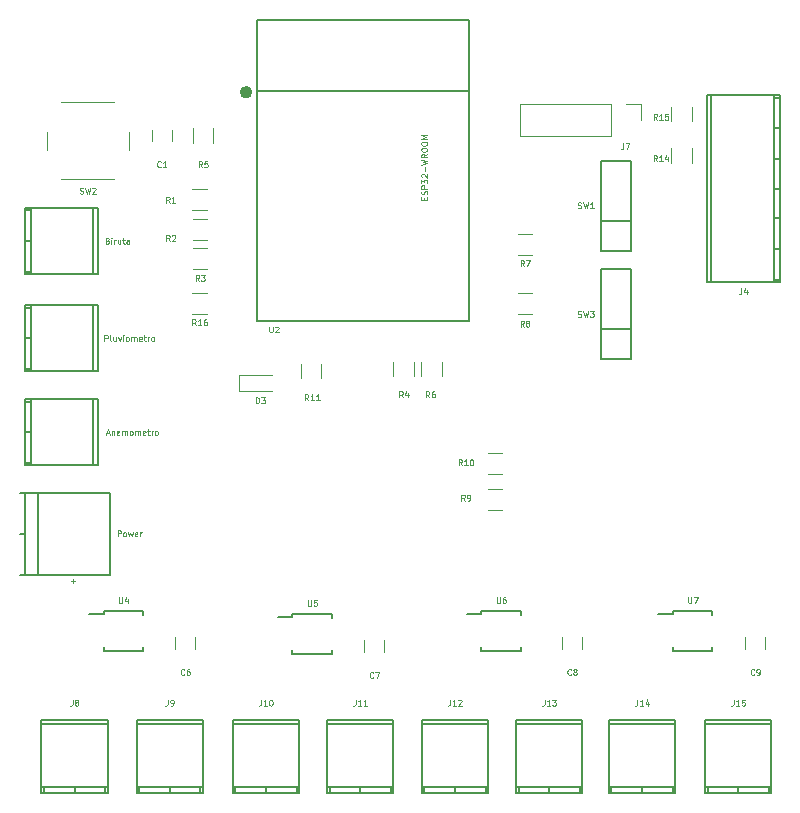
<source format=gbr>
G04 #@! TF.FileFunction,Legend,Top*
%FSLAX46Y46*%
G04 Gerber Fmt 4.6, Leading zero omitted, Abs format (unit mm)*
G04 Created by KiCad (PCBNEW 4.0.7-e2-6376~58~ubuntu16.04.1) date Wed Sep  5 16:34:56 2018*
%MOMM*%
%LPD*%
G01*
G04 APERTURE LIST*
%ADD10C,0.100000*%
%ADD11C,0.075000*%
%ADD12C,0.120000*%
%ADD13C,0.150000*%
%ADD14C,0.500000*%
G04 APERTURE END LIST*
D10*
D11*
X127059524Y-91535714D02*
X127440476Y-91535714D01*
X127250000Y-91726190D02*
X127250000Y-91345238D01*
D12*
X135600000Y-54300000D02*
X135600000Y-53300000D01*
X133900000Y-53300000D02*
X133900000Y-54300000D01*
X137600000Y-97250000D02*
X137600000Y-96250000D01*
X135900000Y-96250000D02*
X135900000Y-97250000D01*
X153600000Y-97500000D02*
X153600000Y-96500000D01*
X151900000Y-96500000D02*
X151900000Y-97500000D01*
X170350000Y-97250000D02*
X170350000Y-96250000D01*
X168650000Y-96250000D02*
X168650000Y-97250000D01*
X185850000Y-97250000D02*
X185850000Y-96250000D01*
X184150000Y-96250000D02*
X184150000Y-97250000D01*
X141300000Y-74050000D02*
X141300000Y-75450000D01*
X141300000Y-75450000D02*
X144100000Y-75450000D01*
X141300000Y-74050000D02*
X144100000Y-74050000D01*
D13*
X123649040Y-65529080D02*
X123649040Y-59930920D01*
X123151200Y-60129040D02*
X123649040Y-60129040D01*
X123649040Y-65330960D02*
X123151200Y-65330960D01*
X123151200Y-62730000D02*
X123649040Y-62730000D01*
X128950020Y-59930920D02*
X128950020Y-65529080D01*
X123151200Y-59930920D02*
X123151200Y-65529080D01*
X123151200Y-65529080D02*
X129348800Y-65529080D01*
X129348800Y-65529080D02*
X129348800Y-59930920D01*
X129348800Y-59930920D02*
X123151200Y-59930920D01*
X123150000Y-87550000D02*
X122750000Y-87550000D01*
X124250000Y-84050000D02*
X124250000Y-91050000D01*
X123150000Y-84050000D02*
X123150000Y-91050000D01*
X130350000Y-84050000D02*
X122750000Y-84050000D01*
X122750000Y-91050000D02*
X130350000Y-91050000D01*
X130350000Y-91050000D02*
X130350000Y-84050000D01*
X180901200Y-50410600D02*
X180901200Y-66209400D01*
X181299980Y-50410600D02*
X181299980Y-66209400D01*
X187098800Y-66209400D02*
X187098800Y-50410600D01*
X186600960Y-50410600D02*
X186600960Y-66209400D01*
X186600960Y-53209680D02*
X187098800Y-53209680D01*
X186600960Y-55810640D02*
X187098800Y-55810640D01*
X186600960Y-58312540D02*
X187098800Y-58312540D01*
X186600960Y-60809360D02*
X187098800Y-60809360D01*
X187098800Y-66006200D02*
X186600960Y-66006200D01*
X186600960Y-50613800D02*
X187098800Y-50613800D01*
X187098800Y-63407780D02*
X186600960Y-63407780D01*
X187098800Y-50415680D02*
X180901200Y-50415680D01*
X180901200Y-66204320D02*
X187098800Y-66204320D01*
X123649040Y-73779080D02*
X123649040Y-68180920D01*
X123151200Y-68379040D02*
X123649040Y-68379040D01*
X123649040Y-73580960D02*
X123151200Y-73580960D01*
X123151200Y-70980000D02*
X123649040Y-70980000D01*
X128950020Y-68180920D02*
X128950020Y-73779080D01*
X123151200Y-68180920D02*
X123151200Y-73779080D01*
X123151200Y-73779080D02*
X129348800Y-73779080D01*
X129348800Y-73779080D02*
X129348800Y-68180920D01*
X129348800Y-68180920D02*
X123151200Y-68180920D01*
X123649040Y-81729080D02*
X123649040Y-76130920D01*
X123151200Y-76329040D02*
X123649040Y-76329040D01*
X123649040Y-81530960D02*
X123151200Y-81530960D01*
X123151200Y-78930000D02*
X123649040Y-78930000D01*
X128950020Y-76130920D02*
X128950020Y-81729080D01*
X123151200Y-76130920D02*
X123151200Y-81729080D01*
X123151200Y-81729080D02*
X129348800Y-81729080D01*
X129348800Y-81729080D02*
X129348800Y-76130920D01*
X129348800Y-76130920D02*
X123151200Y-76130920D01*
D12*
X165090000Y-51170000D02*
X165090000Y-53830000D01*
X172770000Y-51170000D02*
X165090000Y-51170000D01*
X172770000Y-53830000D02*
X165090000Y-53830000D01*
X172770000Y-51170000D02*
X172770000Y-53830000D01*
X174040000Y-51170000D02*
X175370000Y-51170000D01*
X175370000Y-51170000D02*
X175370000Y-52500000D01*
D13*
X130169080Y-108950960D02*
X124570920Y-108950960D01*
X124769040Y-109448800D02*
X124769040Y-108950960D01*
X129970960Y-108950960D02*
X129970960Y-109448800D01*
X127370000Y-109448800D02*
X127370000Y-108950960D01*
X124570920Y-103649980D02*
X130169080Y-103649980D01*
X124570920Y-109448800D02*
X130169080Y-109448800D01*
X130169080Y-109448800D02*
X130169080Y-103251200D01*
X130169080Y-103251200D02*
X124570920Y-103251200D01*
X124570920Y-103251200D02*
X124570920Y-109448800D01*
X138229080Y-108950960D02*
X132630920Y-108950960D01*
X132829040Y-109448800D02*
X132829040Y-108950960D01*
X138030960Y-108950960D02*
X138030960Y-109448800D01*
X135430000Y-109448800D02*
X135430000Y-108950960D01*
X132630920Y-103649980D02*
X138229080Y-103649980D01*
X132630920Y-109448800D02*
X138229080Y-109448800D01*
X138229080Y-109448800D02*
X138229080Y-103251200D01*
X138229080Y-103251200D02*
X132630920Y-103251200D01*
X132630920Y-103251200D02*
X132630920Y-109448800D01*
X146369080Y-108950960D02*
X140770920Y-108950960D01*
X140969040Y-109448800D02*
X140969040Y-108950960D01*
X146170960Y-108950960D02*
X146170960Y-109448800D01*
X143570000Y-109448800D02*
X143570000Y-108950960D01*
X140770920Y-103649980D02*
X146369080Y-103649980D01*
X140770920Y-109448800D02*
X146369080Y-109448800D01*
X146369080Y-109448800D02*
X146369080Y-103251200D01*
X146369080Y-103251200D02*
X140770920Y-103251200D01*
X140770920Y-103251200D02*
X140770920Y-109448800D01*
X154369080Y-108950960D02*
X148770920Y-108950960D01*
X148969040Y-109448800D02*
X148969040Y-108950960D01*
X154170960Y-108950960D02*
X154170960Y-109448800D01*
X151570000Y-109448800D02*
X151570000Y-108950960D01*
X148770920Y-103649980D02*
X154369080Y-103649980D01*
X148770920Y-109448800D02*
X154369080Y-109448800D01*
X154369080Y-109448800D02*
X154369080Y-103251200D01*
X154369080Y-103251200D02*
X148770920Y-103251200D01*
X148770920Y-103251200D02*
X148770920Y-109448800D01*
X162369080Y-108950960D02*
X156770920Y-108950960D01*
X156969040Y-109448800D02*
X156969040Y-108950960D01*
X162170960Y-108950960D02*
X162170960Y-109448800D01*
X159570000Y-109448800D02*
X159570000Y-108950960D01*
X156770920Y-103649980D02*
X162369080Y-103649980D01*
X156770920Y-109448800D02*
X162369080Y-109448800D01*
X162369080Y-109448800D02*
X162369080Y-103251200D01*
X162369080Y-103251200D02*
X156770920Y-103251200D01*
X156770920Y-103251200D02*
X156770920Y-109448800D01*
X170369080Y-108950960D02*
X164770920Y-108950960D01*
X164969040Y-109448800D02*
X164969040Y-108950960D01*
X170170960Y-108950960D02*
X170170960Y-109448800D01*
X167570000Y-109448800D02*
X167570000Y-108950960D01*
X164770920Y-103649980D02*
X170369080Y-103649980D01*
X164770920Y-109448800D02*
X170369080Y-109448800D01*
X170369080Y-109448800D02*
X170369080Y-103251200D01*
X170369080Y-103251200D02*
X164770920Y-103251200D01*
X164770920Y-103251200D02*
X164770920Y-109448800D01*
X178229080Y-108950960D02*
X172630920Y-108950960D01*
X172829040Y-109448800D02*
X172829040Y-108950960D01*
X178030960Y-108950960D02*
X178030960Y-109448800D01*
X175430000Y-109448800D02*
X175430000Y-108950960D01*
X172630920Y-103649980D02*
X178229080Y-103649980D01*
X172630920Y-109448800D02*
X178229080Y-109448800D01*
X178229080Y-109448800D02*
X178229080Y-103251200D01*
X178229080Y-103251200D02*
X172630920Y-103251200D01*
X172630920Y-103251200D02*
X172630920Y-109448800D01*
X186369080Y-108950960D02*
X180770920Y-108950960D01*
X180969040Y-109448800D02*
X180969040Y-108950960D01*
X186170960Y-108950960D02*
X186170960Y-109448800D01*
X183570000Y-109448800D02*
X183570000Y-108950960D01*
X180770920Y-103649980D02*
X186369080Y-103649980D01*
X180770920Y-109448800D02*
X186369080Y-109448800D01*
X186369080Y-109448800D02*
X186369080Y-103251200D01*
X186369080Y-103251200D02*
X180770920Y-103251200D01*
X180770920Y-103251200D02*
X180770920Y-109448800D01*
D12*
X137350000Y-58370000D02*
X138550000Y-58370000D01*
X138550000Y-60130000D02*
X137350000Y-60130000D01*
X138600000Y-62630000D02*
X137400000Y-62630000D01*
X137400000Y-60870000D02*
X138600000Y-60870000D01*
X137400000Y-63370000D02*
X138600000Y-63370000D01*
X138600000Y-65130000D02*
X137400000Y-65130000D01*
X154320000Y-74200000D02*
X154320000Y-73000000D01*
X156080000Y-73000000D02*
X156080000Y-74200000D01*
X139130000Y-53200000D02*
X139130000Y-54400000D01*
X137370000Y-54400000D02*
X137370000Y-53200000D01*
X156720000Y-74200000D02*
X156720000Y-73000000D01*
X158480000Y-73000000D02*
X158480000Y-74200000D01*
X164900000Y-62120000D02*
X166100000Y-62120000D01*
X166100000Y-63880000D02*
X164900000Y-63880000D01*
X166100000Y-68880000D02*
X164900000Y-68880000D01*
X164900000Y-67120000D02*
X166100000Y-67120000D01*
X146520000Y-74350000D02*
X146520000Y-73150000D01*
X148280000Y-73150000D02*
X148280000Y-74350000D01*
X177870000Y-56100000D02*
X177870000Y-54900000D01*
X179630000Y-54900000D02*
X179630000Y-56100000D01*
X177870000Y-52600000D02*
X177870000Y-51400000D01*
X179630000Y-51400000D02*
X179630000Y-52600000D01*
X137350000Y-67120000D02*
X138550000Y-67120000D01*
X138550000Y-68880000D02*
X137350000Y-68880000D01*
D13*
X174470000Y-63550000D02*
X171930000Y-63550000D01*
X171930000Y-63550000D02*
X171930000Y-55930000D01*
X171930000Y-55930000D02*
X174470000Y-55930000D01*
X174470000Y-55930000D02*
X174470000Y-63550000D01*
X171930000Y-61010000D02*
X174470000Y-61010000D01*
D12*
X130750000Y-51000000D02*
X126250000Y-51000000D01*
X132000000Y-55000000D02*
X132000000Y-53500000D01*
X126250000Y-57500000D02*
X130750000Y-57500000D01*
X125000000Y-53500000D02*
X125000000Y-55000000D01*
D13*
X174470000Y-72750000D02*
X171930000Y-72750000D01*
X171930000Y-72750000D02*
X171930000Y-65130000D01*
X171930000Y-65130000D02*
X174470000Y-65130000D01*
X174470000Y-65130000D02*
X174470000Y-72750000D01*
X171930000Y-70210000D02*
X174470000Y-70210000D01*
D14*
X142177981Y-50146000D02*
G75*
G03X142177981Y-50146000I-283981J0D01*
G01*
D13*
X160800000Y-50000000D02*
X142800000Y-50000000D01*
X142800000Y-44000000D02*
X142800000Y-69500000D01*
X160800000Y-44000000D02*
X160800000Y-69500000D01*
X160800000Y-69500000D02*
X142800000Y-69500000D01*
X160800000Y-44000000D02*
X142800000Y-44000000D01*
X129825000Y-94075000D02*
X129825000Y-94300000D01*
X133175000Y-94075000D02*
X133175000Y-94375000D01*
X133175000Y-97425000D02*
X133175000Y-97125000D01*
X129825000Y-97425000D02*
X129825000Y-97125000D01*
X129825000Y-94075000D02*
X133175000Y-94075000D01*
X129825000Y-97425000D02*
X133175000Y-97425000D01*
X129825000Y-94300000D02*
X128600000Y-94300000D01*
X145825000Y-94325000D02*
X145825000Y-94550000D01*
X149175000Y-94325000D02*
X149175000Y-94625000D01*
X149175000Y-97675000D02*
X149175000Y-97375000D01*
X145825000Y-97675000D02*
X145825000Y-97375000D01*
X145825000Y-94325000D02*
X149175000Y-94325000D01*
X145825000Y-97675000D02*
X149175000Y-97675000D01*
X145825000Y-94550000D02*
X144600000Y-94550000D01*
X161825000Y-94075000D02*
X161825000Y-94300000D01*
X165175000Y-94075000D02*
X165175000Y-94375000D01*
X165175000Y-97425000D02*
X165175000Y-97125000D01*
X161825000Y-97425000D02*
X161825000Y-97125000D01*
X161825000Y-94075000D02*
X165175000Y-94075000D01*
X161825000Y-97425000D02*
X165175000Y-97425000D01*
X161825000Y-94300000D02*
X160600000Y-94300000D01*
X178025000Y-94075000D02*
X178025000Y-94300000D01*
X181375000Y-94075000D02*
X181375000Y-94375000D01*
X181375000Y-97425000D02*
X181375000Y-97125000D01*
X178025000Y-97425000D02*
X178025000Y-97125000D01*
X178025000Y-94075000D02*
X181375000Y-94075000D01*
X178025000Y-97425000D02*
X181375000Y-97425000D01*
X178025000Y-94300000D02*
X176800000Y-94300000D01*
D12*
X163600000Y-85480000D02*
X162400000Y-85480000D01*
X162400000Y-83720000D02*
X163600000Y-83720000D01*
X163600000Y-82480000D02*
X162400000Y-82480000D01*
X162400000Y-80720000D02*
X163600000Y-80720000D01*
D11*
X134666667Y-56428571D02*
X134642857Y-56452381D01*
X134571429Y-56476190D01*
X134523810Y-56476190D01*
X134452381Y-56452381D01*
X134404762Y-56404762D01*
X134380953Y-56357143D01*
X134357143Y-56261905D01*
X134357143Y-56190476D01*
X134380953Y-56095238D01*
X134404762Y-56047619D01*
X134452381Y-56000000D01*
X134523810Y-55976190D01*
X134571429Y-55976190D01*
X134642857Y-56000000D01*
X134666667Y-56023810D01*
X135142857Y-56476190D02*
X134857143Y-56476190D01*
X135000000Y-56476190D02*
X135000000Y-55976190D01*
X134952381Y-56047619D01*
X134904762Y-56095238D01*
X134857143Y-56119048D01*
X136666667Y-99428571D02*
X136642857Y-99452381D01*
X136571429Y-99476190D01*
X136523810Y-99476190D01*
X136452381Y-99452381D01*
X136404762Y-99404762D01*
X136380953Y-99357143D01*
X136357143Y-99261905D01*
X136357143Y-99190476D01*
X136380953Y-99095238D01*
X136404762Y-99047619D01*
X136452381Y-99000000D01*
X136523810Y-98976190D01*
X136571429Y-98976190D01*
X136642857Y-99000000D01*
X136666667Y-99023810D01*
X137095238Y-98976190D02*
X137000000Y-98976190D01*
X136952381Y-99000000D01*
X136928572Y-99023810D01*
X136880953Y-99095238D01*
X136857143Y-99190476D01*
X136857143Y-99380952D01*
X136880953Y-99428571D01*
X136904762Y-99452381D01*
X136952381Y-99476190D01*
X137047619Y-99476190D01*
X137095238Y-99452381D01*
X137119048Y-99428571D01*
X137142857Y-99380952D01*
X137142857Y-99261905D01*
X137119048Y-99214286D01*
X137095238Y-99190476D01*
X137047619Y-99166667D01*
X136952381Y-99166667D01*
X136904762Y-99190476D01*
X136880953Y-99214286D01*
X136857143Y-99261905D01*
X152666667Y-99678571D02*
X152642857Y-99702381D01*
X152571429Y-99726190D01*
X152523810Y-99726190D01*
X152452381Y-99702381D01*
X152404762Y-99654762D01*
X152380953Y-99607143D01*
X152357143Y-99511905D01*
X152357143Y-99440476D01*
X152380953Y-99345238D01*
X152404762Y-99297619D01*
X152452381Y-99250000D01*
X152523810Y-99226190D01*
X152571429Y-99226190D01*
X152642857Y-99250000D01*
X152666667Y-99273810D01*
X152833334Y-99226190D02*
X153166667Y-99226190D01*
X152952381Y-99726190D01*
X169416667Y-99428571D02*
X169392857Y-99452381D01*
X169321429Y-99476190D01*
X169273810Y-99476190D01*
X169202381Y-99452381D01*
X169154762Y-99404762D01*
X169130953Y-99357143D01*
X169107143Y-99261905D01*
X169107143Y-99190476D01*
X169130953Y-99095238D01*
X169154762Y-99047619D01*
X169202381Y-99000000D01*
X169273810Y-98976190D01*
X169321429Y-98976190D01*
X169392857Y-99000000D01*
X169416667Y-99023810D01*
X169702381Y-99190476D02*
X169654762Y-99166667D01*
X169630953Y-99142857D01*
X169607143Y-99095238D01*
X169607143Y-99071429D01*
X169630953Y-99023810D01*
X169654762Y-99000000D01*
X169702381Y-98976190D01*
X169797619Y-98976190D01*
X169845238Y-99000000D01*
X169869048Y-99023810D01*
X169892857Y-99071429D01*
X169892857Y-99095238D01*
X169869048Y-99142857D01*
X169845238Y-99166667D01*
X169797619Y-99190476D01*
X169702381Y-99190476D01*
X169654762Y-99214286D01*
X169630953Y-99238095D01*
X169607143Y-99285714D01*
X169607143Y-99380952D01*
X169630953Y-99428571D01*
X169654762Y-99452381D01*
X169702381Y-99476190D01*
X169797619Y-99476190D01*
X169845238Y-99452381D01*
X169869048Y-99428571D01*
X169892857Y-99380952D01*
X169892857Y-99285714D01*
X169869048Y-99238095D01*
X169845238Y-99214286D01*
X169797619Y-99190476D01*
X184916667Y-99428571D02*
X184892857Y-99452381D01*
X184821429Y-99476190D01*
X184773810Y-99476190D01*
X184702381Y-99452381D01*
X184654762Y-99404762D01*
X184630953Y-99357143D01*
X184607143Y-99261905D01*
X184607143Y-99190476D01*
X184630953Y-99095238D01*
X184654762Y-99047619D01*
X184702381Y-99000000D01*
X184773810Y-98976190D01*
X184821429Y-98976190D01*
X184892857Y-99000000D01*
X184916667Y-99023810D01*
X185154762Y-99476190D02*
X185250000Y-99476190D01*
X185297619Y-99452381D01*
X185321429Y-99428571D01*
X185369048Y-99357143D01*
X185392857Y-99261905D01*
X185392857Y-99071429D01*
X185369048Y-99023810D01*
X185345238Y-99000000D01*
X185297619Y-98976190D01*
X185202381Y-98976190D01*
X185154762Y-99000000D01*
X185130953Y-99023810D01*
X185107143Y-99071429D01*
X185107143Y-99190476D01*
X185130953Y-99238095D01*
X185154762Y-99261905D01*
X185202381Y-99285714D01*
X185297619Y-99285714D01*
X185345238Y-99261905D01*
X185369048Y-99238095D01*
X185392857Y-99190476D01*
X142730953Y-76476190D02*
X142730953Y-75976190D01*
X142850000Y-75976190D01*
X142921429Y-76000000D01*
X142969048Y-76047619D01*
X142992857Y-76095238D01*
X143016667Y-76190476D01*
X143016667Y-76261905D01*
X142992857Y-76357143D01*
X142969048Y-76404762D01*
X142921429Y-76452381D01*
X142850000Y-76476190D01*
X142730953Y-76476190D01*
X143183334Y-75976190D02*
X143492857Y-75976190D01*
X143326191Y-76166667D01*
X143397619Y-76166667D01*
X143445238Y-76190476D01*
X143469048Y-76214286D01*
X143492857Y-76261905D01*
X143492857Y-76380952D01*
X143469048Y-76428571D01*
X143445238Y-76452381D01*
X143397619Y-76476190D01*
X143254762Y-76476190D01*
X143207143Y-76452381D01*
X143183334Y-76428571D01*
X130166667Y-62694286D02*
X130238096Y-62718095D01*
X130261905Y-62741905D01*
X130285715Y-62789524D01*
X130285715Y-62860952D01*
X130261905Y-62908571D01*
X130238096Y-62932381D01*
X130190477Y-62956190D01*
X130000001Y-62956190D01*
X130000001Y-62456190D01*
X130166667Y-62456190D01*
X130214286Y-62480000D01*
X130238096Y-62503810D01*
X130261905Y-62551429D01*
X130261905Y-62599048D01*
X130238096Y-62646667D01*
X130214286Y-62670476D01*
X130166667Y-62694286D01*
X130000001Y-62694286D01*
X130500001Y-62956190D02*
X130500001Y-62622857D01*
X130500001Y-62456190D02*
X130476191Y-62480000D01*
X130500001Y-62503810D01*
X130523810Y-62480000D01*
X130500001Y-62456190D01*
X130500001Y-62503810D01*
X130738096Y-62956190D02*
X130738096Y-62622857D01*
X130738096Y-62718095D02*
X130761905Y-62670476D01*
X130785715Y-62646667D01*
X130833334Y-62622857D01*
X130880953Y-62622857D01*
X131261905Y-62622857D02*
X131261905Y-62956190D01*
X131047620Y-62622857D02*
X131047620Y-62884762D01*
X131071429Y-62932381D01*
X131119048Y-62956190D01*
X131190477Y-62956190D01*
X131238096Y-62932381D01*
X131261905Y-62908571D01*
X131428572Y-62622857D02*
X131619048Y-62622857D01*
X131500001Y-62456190D02*
X131500001Y-62884762D01*
X131523810Y-62932381D01*
X131571429Y-62956190D01*
X131619048Y-62956190D01*
X132000000Y-62956190D02*
X132000000Y-62694286D01*
X131976191Y-62646667D01*
X131928572Y-62622857D01*
X131833334Y-62622857D01*
X131785715Y-62646667D01*
X132000000Y-62932381D02*
X131952381Y-62956190D01*
X131833334Y-62956190D01*
X131785715Y-62932381D01*
X131761905Y-62884762D01*
X131761905Y-62837143D01*
X131785715Y-62789524D01*
X131833334Y-62765714D01*
X131952381Y-62765714D01*
X132000000Y-62741905D01*
X131011905Y-87726190D02*
X131011905Y-87226190D01*
X131202381Y-87226190D01*
X131250000Y-87250000D01*
X131273809Y-87273810D01*
X131297619Y-87321429D01*
X131297619Y-87392857D01*
X131273809Y-87440476D01*
X131250000Y-87464286D01*
X131202381Y-87488095D01*
X131011905Y-87488095D01*
X131583333Y-87726190D02*
X131535714Y-87702381D01*
X131511905Y-87678571D01*
X131488095Y-87630952D01*
X131488095Y-87488095D01*
X131511905Y-87440476D01*
X131535714Y-87416667D01*
X131583333Y-87392857D01*
X131654762Y-87392857D01*
X131702381Y-87416667D01*
X131726190Y-87440476D01*
X131750000Y-87488095D01*
X131750000Y-87630952D01*
X131726190Y-87678571D01*
X131702381Y-87702381D01*
X131654762Y-87726190D01*
X131583333Y-87726190D01*
X131916667Y-87392857D02*
X132011905Y-87726190D01*
X132107143Y-87488095D01*
X132202381Y-87726190D01*
X132297619Y-87392857D01*
X132678572Y-87702381D02*
X132630953Y-87726190D01*
X132535715Y-87726190D01*
X132488096Y-87702381D01*
X132464286Y-87654762D01*
X132464286Y-87464286D01*
X132488096Y-87416667D01*
X132535715Y-87392857D01*
X132630953Y-87392857D01*
X132678572Y-87416667D01*
X132702381Y-87464286D01*
X132702381Y-87511905D01*
X132464286Y-87559524D01*
X132916667Y-87726190D02*
X132916667Y-87392857D01*
X132916667Y-87488095D02*
X132940476Y-87440476D01*
X132964286Y-87416667D01*
X133011905Y-87392857D01*
X133059524Y-87392857D01*
X183833334Y-66726190D02*
X183833334Y-67083333D01*
X183809524Y-67154762D01*
X183761905Y-67202381D01*
X183690477Y-67226190D01*
X183642858Y-67226190D01*
X184285714Y-66892857D02*
X184285714Y-67226190D01*
X184166667Y-66702381D02*
X184047619Y-67059524D01*
X184357143Y-67059524D01*
X129904763Y-71206190D02*
X129904763Y-70706190D01*
X130095239Y-70706190D01*
X130142858Y-70730000D01*
X130166667Y-70753810D01*
X130190477Y-70801429D01*
X130190477Y-70872857D01*
X130166667Y-70920476D01*
X130142858Y-70944286D01*
X130095239Y-70968095D01*
X129904763Y-70968095D01*
X130476191Y-71206190D02*
X130428572Y-71182381D01*
X130404763Y-71134762D01*
X130404763Y-70706190D01*
X130880953Y-70872857D02*
X130880953Y-71206190D01*
X130666668Y-70872857D02*
X130666668Y-71134762D01*
X130690477Y-71182381D01*
X130738096Y-71206190D01*
X130809525Y-71206190D01*
X130857144Y-71182381D01*
X130880953Y-71158571D01*
X131071430Y-70872857D02*
X131190477Y-71206190D01*
X131309525Y-70872857D01*
X131500001Y-71206190D02*
X131500001Y-70872857D01*
X131500001Y-70706190D02*
X131476191Y-70730000D01*
X131500001Y-70753810D01*
X131523810Y-70730000D01*
X131500001Y-70706190D01*
X131500001Y-70753810D01*
X131809524Y-71206190D02*
X131761905Y-71182381D01*
X131738096Y-71158571D01*
X131714286Y-71110952D01*
X131714286Y-70968095D01*
X131738096Y-70920476D01*
X131761905Y-70896667D01*
X131809524Y-70872857D01*
X131880953Y-70872857D01*
X131928572Y-70896667D01*
X131952381Y-70920476D01*
X131976191Y-70968095D01*
X131976191Y-71110952D01*
X131952381Y-71158571D01*
X131928572Y-71182381D01*
X131880953Y-71206190D01*
X131809524Y-71206190D01*
X132190477Y-71206190D02*
X132190477Y-70872857D01*
X132190477Y-70920476D02*
X132214286Y-70896667D01*
X132261905Y-70872857D01*
X132333334Y-70872857D01*
X132380953Y-70896667D01*
X132404762Y-70944286D01*
X132404762Y-71206190D01*
X132404762Y-70944286D02*
X132428572Y-70896667D01*
X132476191Y-70872857D01*
X132547619Y-70872857D01*
X132595239Y-70896667D01*
X132619048Y-70944286D01*
X132619048Y-71206190D01*
X133047620Y-71182381D02*
X133000001Y-71206190D01*
X132904763Y-71206190D01*
X132857144Y-71182381D01*
X132833334Y-71134762D01*
X132833334Y-70944286D01*
X132857144Y-70896667D01*
X132904763Y-70872857D01*
X133000001Y-70872857D01*
X133047620Y-70896667D01*
X133071429Y-70944286D01*
X133071429Y-70991905D01*
X132833334Y-71039524D01*
X133214286Y-70872857D02*
X133404762Y-70872857D01*
X133285715Y-70706190D02*
X133285715Y-71134762D01*
X133309524Y-71182381D01*
X133357143Y-71206190D01*
X133404762Y-71206190D01*
X133571429Y-71206190D02*
X133571429Y-70872857D01*
X133571429Y-70968095D02*
X133595238Y-70920476D01*
X133619048Y-70896667D01*
X133666667Y-70872857D01*
X133714286Y-70872857D01*
X133952381Y-71206190D02*
X133904762Y-71182381D01*
X133880953Y-71158571D01*
X133857143Y-71110952D01*
X133857143Y-70968095D01*
X133880953Y-70920476D01*
X133904762Y-70896667D01*
X133952381Y-70872857D01*
X134023810Y-70872857D01*
X134071429Y-70896667D01*
X134095238Y-70920476D01*
X134119048Y-70968095D01*
X134119048Y-71110952D01*
X134095238Y-71158571D01*
X134071429Y-71182381D01*
X134023810Y-71206190D01*
X133952381Y-71206190D01*
X130059524Y-79013333D02*
X130297619Y-79013333D01*
X130011905Y-79156190D02*
X130178572Y-78656190D01*
X130345238Y-79156190D01*
X130511905Y-78822857D02*
X130511905Y-79156190D01*
X130511905Y-78870476D02*
X130535714Y-78846667D01*
X130583333Y-78822857D01*
X130654762Y-78822857D01*
X130702381Y-78846667D01*
X130726190Y-78894286D01*
X130726190Y-79156190D01*
X131154762Y-79132381D02*
X131107143Y-79156190D01*
X131011905Y-79156190D01*
X130964286Y-79132381D01*
X130940476Y-79084762D01*
X130940476Y-78894286D01*
X130964286Y-78846667D01*
X131011905Y-78822857D01*
X131107143Y-78822857D01*
X131154762Y-78846667D01*
X131178571Y-78894286D01*
X131178571Y-78941905D01*
X130940476Y-78989524D01*
X131392857Y-79156190D02*
X131392857Y-78822857D01*
X131392857Y-78870476D02*
X131416666Y-78846667D01*
X131464285Y-78822857D01*
X131535714Y-78822857D01*
X131583333Y-78846667D01*
X131607142Y-78894286D01*
X131607142Y-79156190D01*
X131607142Y-78894286D02*
X131630952Y-78846667D01*
X131678571Y-78822857D01*
X131749999Y-78822857D01*
X131797619Y-78846667D01*
X131821428Y-78894286D01*
X131821428Y-79156190D01*
X132130952Y-79156190D02*
X132083333Y-79132381D01*
X132059524Y-79108571D01*
X132035714Y-79060952D01*
X132035714Y-78918095D01*
X132059524Y-78870476D01*
X132083333Y-78846667D01*
X132130952Y-78822857D01*
X132202381Y-78822857D01*
X132250000Y-78846667D01*
X132273809Y-78870476D01*
X132297619Y-78918095D01*
X132297619Y-79060952D01*
X132273809Y-79108571D01*
X132250000Y-79132381D01*
X132202381Y-79156190D01*
X132130952Y-79156190D01*
X132511905Y-79156190D02*
X132511905Y-78822857D01*
X132511905Y-78870476D02*
X132535714Y-78846667D01*
X132583333Y-78822857D01*
X132654762Y-78822857D01*
X132702381Y-78846667D01*
X132726190Y-78894286D01*
X132726190Y-79156190D01*
X132726190Y-78894286D02*
X132750000Y-78846667D01*
X132797619Y-78822857D01*
X132869047Y-78822857D01*
X132916667Y-78846667D01*
X132940476Y-78894286D01*
X132940476Y-79156190D01*
X133369048Y-79132381D02*
X133321429Y-79156190D01*
X133226191Y-79156190D01*
X133178572Y-79132381D01*
X133154762Y-79084762D01*
X133154762Y-78894286D01*
X133178572Y-78846667D01*
X133226191Y-78822857D01*
X133321429Y-78822857D01*
X133369048Y-78846667D01*
X133392857Y-78894286D01*
X133392857Y-78941905D01*
X133154762Y-78989524D01*
X133535714Y-78822857D02*
X133726190Y-78822857D01*
X133607143Y-78656190D02*
X133607143Y-79084762D01*
X133630952Y-79132381D01*
X133678571Y-79156190D01*
X133726190Y-79156190D01*
X133892857Y-79156190D02*
X133892857Y-78822857D01*
X133892857Y-78918095D02*
X133916666Y-78870476D01*
X133940476Y-78846667D01*
X133988095Y-78822857D01*
X134035714Y-78822857D01*
X134273809Y-79156190D02*
X134226190Y-79132381D01*
X134202381Y-79108571D01*
X134178571Y-79060952D01*
X134178571Y-78918095D01*
X134202381Y-78870476D01*
X134226190Y-78846667D01*
X134273809Y-78822857D01*
X134345238Y-78822857D01*
X134392857Y-78846667D01*
X134416666Y-78870476D01*
X134440476Y-78918095D01*
X134440476Y-79060952D01*
X134416666Y-79108571D01*
X134392857Y-79132381D01*
X134345238Y-79156190D01*
X134273809Y-79156190D01*
X173833334Y-54476190D02*
X173833334Y-54833333D01*
X173809524Y-54904762D01*
X173761905Y-54952381D01*
X173690477Y-54976190D01*
X173642858Y-54976190D01*
X174023810Y-54476190D02*
X174357143Y-54476190D01*
X174142857Y-54976190D01*
X127203334Y-101575310D02*
X127203334Y-101932453D01*
X127179524Y-102003882D01*
X127131905Y-102051501D01*
X127060477Y-102075310D01*
X127012858Y-102075310D01*
X127512857Y-101789596D02*
X127465238Y-101765787D01*
X127441429Y-101741977D01*
X127417619Y-101694358D01*
X127417619Y-101670549D01*
X127441429Y-101622930D01*
X127465238Y-101599120D01*
X127512857Y-101575310D01*
X127608095Y-101575310D01*
X127655714Y-101599120D01*
X127679524Y-101622930D01*
X127703333Y-101670549D01*
X127703333Y-101694358D01*
X127679524Y-101741977D01*
X127655714Y-101765787D01*
X127608095Y-101789596D01*
X127512857Y-101789596D01*
X127465238Y-101813406D01*
X127441429Y-101837215D01*
X127417619Y-101884834D01*
X127417619Y-101980072D01*
X127441429Y-102027691D01*
X127465238Y-102051501D01*
X127512857Y-102075310D01*
X127608095Y-102075310D01*
X127655714Y-102051501D01*
X127679524Y-102027691D01*
X127703333Y-101980072D01*
X127703333Y-101884834D01*
X127679524Y-101837215D01*
X127655714Y-101813406D01*
X127608095Y-101789596D01*
X135263334Y-101575310D02*
X135263334Y-101932453D01*
X135239524Y-102003882D01*
X135191905Y-102051501D01*
X135120477Y-102075310D01*
X135072858Y-102075310D01*
X135525238Y-102075310D02*
X135620476Y-102075310D01*
X135668095Y-102051501D01*
X135691905Y-102027691D01*
X135739524Y-101956263D01*
X135763333Y-101861025D01*
X135763333Y-101670549D01*
X135739524Y-101622930D01*
X135715714Y-101599120D01*
X135668095Y-101575310D01*
X135572857Y-101575310D01*
X135525238Y-101599120D01*
X135501429Y-101622930D01*
X135477619Y-101670549D01*
X135477619Y-101789596D01*
X135501429Y-101837215D01*
X135525238Y-101861025D01*
X135572857Y-101884834D01*
X135668095Y-101884834D01*
X135715714Y-101861025D01*
X135739524Y-101837215D01*
X135763333Y-101789596D01*
X143165239Y-101575310D02*
X143165239Y-101932453D01*
X143141429Y-102003882D01*
X143093810Y-102051501D01*
X143022382Y-102075310D01*
X142974763Y-102075310D01*
X143665238Y-102075310D02*
X143379524Y-102075310D01*
X143522381Y-102075310D02*
X143522381Y-101575310D01*
X143474762Y-101646739D01*
X143427143Y-101694358D01*
X143379524Y-101718168D01*
X143974762Y-101575310D02*
X144022381Y-101575310D01*
X144070000Y-101599120D01*
X144093809Y-101622930D01*
X144117619Y-101670549D01*
X144141428Y-101765787D01*
X144141428Y-101884834D01*
X144117619Y-101980072D01*
X144093809Y-102027691D01*
X144070000Y-102051501D01*
X144022381Y-102075310D01*
X143974762Y-102075310D01*
X143927143Y-102051501D01*
X143903333Y-102027691D01*
X143879524Y-101980072D01*
X143855714Y-101884834D01*
X143855714Y-101765787D01*
X143879524Y-101670549D01*
X143903333Y-101622930D01*
X143927143Y-101599120D01*
X143974762Y-101575310D01*
X151165239Y-101575310D02*
X151165239Y-101932453D01*
X151141429Y-102003882D01*
X151093810Y-102051501D01*
X151022382Y-102075310D01*
X150974763Y-102075310D01*
X151665238Y-102075310D02*
X151379524Y-102075310D01*
X151522381Y-102075310D02*
X151522381Y-101575310D01*
X151474762Y-101646739D01*
X151427143Y-101694358D01*
X151379524Y-101718168D01*
X152141428Y-102075310D02*
X151855714Y-102075310D01*
X151998571Y-102075310D02*
X151998571Y-101575310D01*
X151950952Y-101646739D01*
X151903333Y-101694358D01*
X151855714Y-101718168D01*
X159165239Y-101575310D02*
X159165239Y-101932453D01*
X159141429Y-102003882D01*
X159093810Y-102051501D01*
X159022382Y-102075310D01*
X158974763Y-102075310D01*
X159665238Y-102075310D02*
X159379524Y-102075310D01*
X159522381Y-102075310D02*
X159522381Y-101575310D01*
X159474762Y-101646739D01*
X159427143Y-101694358D01*
X159379524Y-101718168D01*
X159855714Y-101622930D02*
X159879524Y-101599120D01*
X159927143Y-101575310D01*
X160046190Y-101575310D01*
X160093809Y-101599120D01*
X160117619Y-101622930D01*
X160141428Y-101670549D01*
X160141428Y-101718168D01*
X160117619Y-101789596D01*
X159831905Y-102075310D01*
X160141428Y-102075310D01*
X167165239Y-101575310D02*
X167165239Y-101932453D01*
X167141429Y-102003882D01*
X167093810Y-102051501D01*
X167022382Y-102075310D01*
X166974763Y-102075310D01*
X167665238Y-102075310D02*
X167379524Y-102075310D01*
X167522381Y-102075310D02*
X167522381Y-101575310D01*
X167474762Y-101646739D01*
X167427143Y-101694358D01*
X167379524Y-101718168D01*
X167831905Y-101575310D02*
X168141428Y-101575310D01*
X167974762Y-101765787D01*
X168046190Y-101765787D01*
X168093809Y-101789596D01*
X168117619Y-101813406D01*
X168141428Y-101861025D01*
X168141428Y-101980072D01*
X168117619Y-102027691D01*
X168093809Y-102051501D01*
X168046190Y-102075310D01*
X167903333Y-102075310D01*
X167855714Y-102051501D01*
X167831905Y-102027691D01*
X175025239Y-101575310D02*
X175025239Y-101932453D01*
X175001429Y-102003882D01*
X174953810Y-102051501D01*
X174882382Y-102075310D01*
X174834763Y-102075310D01*
X175525238Y-102075310D02*
X175239524Y-102075310D01*
X175382381Y-102075310D02*
X175382381Y-101575310D01*
X175334762Y-101646739D01*
X175287143Y-101694358D01*
X175239524Y-101718168D01*
X175953809Y-101741977D02*
X175953809Y-102075310D01*
X175834762Y-101551501D02*
X175715714Y-101908644D01*
X176025238Y-101908644D01*
X183165239Y-101575310D02*
X183165239Y-101932453D01*
X183141429Y-102003882D01*
X183093810Y-102051501D01*
X183022382Y-102075310D01*
X182974763Y-102075310D01*
X183665238Y-102075310D02*
X183379524Y-102075310D01*
X183522381Y-102075310D02*
X183522381Y-101575310D01*
X183474762Y-101646739D01*
X183427143Y-101694358D01*
X183379524Y-101718168D01*
X184117619Y-101575310D02*
X183879524Y-101575310D01*
X183855714Y-101813406D01*
X183879524Y-101789596D01*
X183927143Y-101765787D01*
X184046190Y-101765787D01*
X184093809Y-101789596D01*
X184117619Y-101813406D01*
X184141428Y-101861025D01*
X184141428Y-101980072D01*
X184117619Y-102027691D01*
X184093809Y-102051501D01*
X184046190Y-102075310D01*
X183927143Y-102075310D01*
X183879524Y-102051501D01*
X183855714Y-102027691D01*
X135416667Y-59476190D02*
X135250000Y-59238095D01*
X135130953Y-59476190D02*
X135130953Y-58976190D01*
X135321429Y-58976190D01*
X135369048Y-59000000D01*
X135392857Y-59023810D01*
X135416667Y-59071429D01*
X135416667Y-59142857D01*
X135392857Y-59190476D01*
X135369048Y-59214286D01*
X135321429Y-59238095D01*
X135130953Y-59238095D01*
X135892857Y-59476190D02*
X135607143Y-59476190D01*
X135750000Y-59476190D02*
X135750000Y-58976190D01*
X135702381Y-59047619D01*
X135654762Y-59095238D01*
X135607143Y-59119048D01*
X135416667Y-62726190D02*
X135250000Y-62488095D01*
X135130953Y-62726190D02*
X135130953Y-62226190D01*
X135321429Y-62226190D01*
X135369048Y-62250000D01*
X135392857Y-62273810D01*
X135416667Y-62321429D01*
X135416667Y-62392857D01*
X135392857Y-62440476D01*
X135369048Y-62464286D01*
X135321429Y-62488095D01*
X135130953Y-62488095D01*
X135607143Y-62273810D02*
X135630953Y-62250000D01*
X135678572Y-62226190D01*
X135797619Y-62226190D01*
X135845238Y-62250000D01*
X135869048Y-62273810D01*
X135892857Y-62321429D01*
X135892857Y-62369048D01*
X135869048Y-62440476D01*
X135583334Y-62726190D01*
X135892857Y-62726190D01*
X137916667Y-66126190D02*
X137750000Y-65888095D01*
X137630953Y-66126190D02*
X137630953Y-65626190D01*
X137821429Y-65626190D01*
X137869048Y-65650000D01*
X137892857Y-65673810D01*
X137916667Y-65721429D01*
X137916667Y-65792857D01*
X137892857Y-65840476D01*
X137869048Y-65864286D01*
X137821429Y-65888095D01*
X137630953Y-65888095D01*
X138083334Y-65626190D02*
X138392857Y-65626190D01*
X138226191Y-65816667D01*
X138297619Y-65816667D01*
X138345238Y-65840476D01*
X138369048Y-65864286D01*
X138392857Y-65911905D01*
X138392857Y-66030952D01*
X138369048Y-66078571D01*
X138345238Y-66102381D01*
X138297619Y-66126190D01*
X138154762Y-66126190D01*
X138107143Y-66102381D01*
X138083334Y-66078571D01*
X155166667Y-75976190D02*
X155000000Y-75738095D01*
X154880953Y-75976190D02*
X154880953Y-75476190D01*
X155071429Y-75476190D01*
X155119048Y-75500000D01*
X155142857Y-75523810D01*
X155166667Y-75571429D01*
X155166667Y-75642857D01*
X155142857Y-75690476D01*
X155119048Y-75714286D01*
X155071429Y-75738095D01*
X154880953Y-75738095D01*
X155595238Y-75642857D02*
X155595238Y-75976190D01*
X155476191Y-75452381D02*
X155357143Y-75809524D01*
X155666667Y-75809524D01*
X138166667Y-56476190D02*
X138000000Y-56238095D01*
X137880953Y-56476190D02*
X137880953Y-55976190D01*
X138071429Y-55976190D01*
X138119048Y-56000000D01*
X138142857Y-56023810D01*
X138166667Y-56071429D01*
X138166667Y-56142857D01*
X138142857Y-56190476D01*
X138119048Y-56214286D01*
X138071429Y-56238095D01*
X137880953Y-56238095D01*
X138619048Y-55976190D02*
X138380953Y-55976190D01*
X138357143Y-56214286D01*
X138380953Y-56190476D01*
X138428572Y-56166667D01*
X138547619Y-56166667D01*
X138595238Y-56190476D01*
X138619048Y-56214286D01*
X138642857Y-56261905D01*
X138642857Y-56380952D01*
X138619048Y-56428571D01*
X138595238Y-56452381D01*
X138547619Y-56476190D01*
X138428572Y-56476190D01*
X138380953Y-56452381D01*
X138357143Y-56428571D01*
X157416667Y-75976190D02*
X157250000Y-75738095D01*
X157130953Y-75976190D02*
X157130953Y-75476190D01*
X157321429Y-75476190D01*
X157369048Y-75500000D01*
X157392857Y-75523810D01*
X157416667Y-75571429D01*
X157416667Y-75642857D01*
X157392857Y-75690476D01*
X157369048Y-75714286D01*
X157321429Y-75738095D01*
X157130953Y-75738095D01*
X157845238Y-75476190D02*
X157750000Y-75476190D01*
X157702381Y-75500000D01*
X157678572Y-75523810D01*
X157630953Y-75595238D01*
X157607143Y-75690476D01*
X157607143Y-75880952D01*
X157630953Y-75928571D01*
X157654762Y-75952381D01*
X157702381Y-75976190D01*
X157797619Y-75976190D01*
X157845238Y-75952381D01*
X157869048Y-75928571D01*
X157892857Y-75880952D01*
X157892857Y-75761905D01*
X157869048Y-75714286D01*
X157845238Y-75690476D01*
X157797619Y-75666667D01*
X157702381Y-75666667D01*
X157654762Y-75690476D01*
X157630953Y-75714286D01*
X157607143Y-75761905D01*
X165416667Y-64876190D02*
X165250000Y-64638095D01*
X165130953Y-64876190D02*
X165130953Y-64376190D01*
X165321429Y-64376190D01*
X165369048Y-64400000D01*
X165392857Y-64423810D01*
X165416667Y-64471429D01*
X165416667Y-64542857D01*
X165392857Y-64590476D01*
X165369048Y-64614286D01*
X165321429Y-64638095D01*
X165130953Y-64638095D01*
X165583334Y-64376190D02*
X165916667Y-64376190D01*
X165702381Y-64876190D01*
X165416667Y-69976190D02*
X165250000Y-69738095D01*
X165130953Y-69976190D02*
X165130953Y-69476190D01*
X165321429Y-69476190D01*
X165369048Y-69500000D01*
X165392857Y-69523810D01*
X165416667Y-69571429D01*
X165416667Y-69642857D01*
X165392857Y-69690476D01*
X165369048Y-69714286D01*
X165321429Y-69738095D01*
X165130953Y-69738095D01*
X165702381Y-69690476D02*
X165654762Y-69666667D01*
X165630953Y-69642857D01*
X165607143Y-69595238D01*
X165607143Y-69571429D01*
X165630953Y-69523810D01*
X165654762Y-69500000D01*
X165702381Y-69476190D01*
X165797619Y-69476190D01*
X165845238Y-69500000D01*
X165869048Y-69523810D01*
X165892857Y-69571429D01*
X165892857Y-69595238D01*
X165869048Y-69642857D01*
X165845238Y-69666667D01*
X165797619Y-69690476D01*
X165702381Y-69690476D01*
X165654762Y-69714286D01*
X165630953Y-69738095D01*
X165607143Y-69785714D01*
X165607143Y-69880952D01*
X165630953Y-69928571D01*
X165654762Y-69952381D01*
X165702381Y-69976190D01*
X165797619Y-69976190D01*
X165845238Y-69952381D01*
X165869048Y-69928571D01*
X165892857Y-69880952D01*
X165892857Y-69785714D01*
X165869048Y-69738095D01*
X165845238Y-69714286D01*
X165797619Y-69690476D01*
X147178572Y-76226190D02*
X147011905Y-75988095D01*
X146892858Y-76226190D02*
X146892858Y-75726190D01*
X147083334Y-75726190D01*
X147130953Y-75750000D01*
X147154762Y-75773810D01*
X147178572Y-75821429D01*
X147178572Y-75892857D01*
X147154762Y-75940476D01*
X147130953Y-75964286D01*
X147083334Y-75988095D01*
X146892858Y-75988095D01*
X147654762Y-76226190D02*
X147369048Y-76226190D01*
X147511905Y-76226190D02*
X147511905Y-75726190D01*
X147464286Y-75797619D01*
X147416667Y-75845238D01*
X147369048Y-75869048D01*
X148130952Y-76226190D02*
X147845238Y-76226190D01*
X147988095Y-76226190D02*
X147988095Y-75726190D01*
X147940476Y-75797619D01*
X147892857Y-75845238D01*
X147845238Y-75869048D01*
X176678572Y-55976190D02*
X176511905Y-55738095D01*
X176392858Y-55976190D02*
X176392858Y-55476190D01*
X176583334Y-55476190D01*
X176630953Y-55500000D01*
X176654762Y-55523810D01*
X176678572Y-55571429D01*
X176678572Y-55642857D01*
X176654762Y-55690476D01*
X176630953Y-55714286D01*
X176583334Y-55738095D01*
X176392858Y-55738095D01*
X177154762Y-55976190D02*
X176869048Y-55976190D01*
X177011905Y-55976190D02*
X177011905Y-55476190D01*
X176964286Y-55547619D01*
X176916667Y-55595238D01*
X176869048Y-55619048D01*
X177583333Y-55642857D02*
X177583333Y-55976190D01*
X177464286Y-55452381D02*
X177345238Y-55809524D01*
X177654762Y-55809524D01*
X176678572Y-52476190D02*
X176511905Y-52238095D01*
X176392858Y-52476190D02*
X176392858Y-51976190D01*
X176583334Y-51976190D01*
X176630953Y-52000000D01*
X176654762Y-52023810D01*
X176678572Y-52071429D01*
X176678572Y-52142857D01*
X176654762Y-52190476D01*
X176630953Y-52214286D01*
X176583334Y-52238095D01*
X176392858Y-52238095D01*
X177154762Y-52476190D02*
X176869048Y-52476190D01*
X177011905Y-52476190D02*
X177011905Y-51976190D01*
X176964286Y-52047619D01*
X176916667Y-52095238D01*
X176869048Y-52119048D01*
X177607143Y-51976190D02*
X177369048Y-51976190D01*
X177345238Y-52214286D01*
X177369048Y-52190476D01*
X177416667Y-52166667D01*
X177535714Y-52166667D01*
X177583333Y-52190476D01*
X177607143Y-52214286D01*
X177630952Y-52261905D01*
X177630952Y-52380952D01*
X177607143Y-52428571D01*
X177583333Y-52452381D01*
X177535714Y-52476190D01*
X177416667Y-52476190D01*
X177369048Y-52452381D01*
X177345238Y-52428571D01*
X137628572Y-69876190D02*
X137461905Y-69638095D01*
X137342858Y-69876190D02*
X137342858Y-69376190D01*
X137533334Y-69376190D01*
X137580953Y-69400000D01*
X137604762Y-69423810D01*
X137628572Y-69471429D01*
X137628572Y-69542857D01*
X137604762Y-69590476D01*
X137580953Y-69614286D01*
X137533334Y-69638095D01*
X137342858Y-69638095D01*
X138104762Y-69876190D02*
X137819048Y-69876190D01*
X137961905Y-69876190D02*
X137961905Y-69376190D01*
X137914286Y-69447619D01*
X137866667Y-69495238D01*
X137819048Y-69519048D01*
X138533333Y-69376190D02*
X138438095Y-69376190D01*
X138390476Y-69400000D01*
X138366667Y-69423810D01*
X138319048Y-69495238D01*
X138295238Y-69590476D01*
X138295238Y-69780952D01*
X138319048Y-69828571D01*
X138342857Y-69852381D01*
X138390476Y-69876190D01*
X138485714Y-69876190D01*
X138533333Y-69852381D01*
X138557143Y-69828571D01*
X138580952Y-69780952D01*
X138580952Y-69661905D01*
X138557143Y-69614286D01*
X138533333Y-69590476D01*
X138485714Y-69566667D01*
X138390476Y-69566667D01*
X138342857Y-69590476D01*
X138319048Y-69614286D01*
X138295238Y-69661905D01*
X169993334Y-59942381D02*
X170064763Y-59966190D01*
X170183810Y-59966190D01*
X170231429Y-59942381D01*
X170255239Y-59918571D01*
X170279048Y-59870952D01*
X170279048Y-59823333D01*
X170255239Y-59775714D01*
X170231429Y-59751905D01*
X170183810Y-59728095D01*
X170088572Y-59704286D01*
X170040953Y-59680476D01*
X170017144Y-59656667D01*
X169993334Y-59609048D01*
X169993334Y-59561429D01*
X170017144Y-59513810D01*
X170040953Y-59490000D01*
X170088572Y-59466190D01*
X170207620Y-59466190D01*
X170279048Y-59490000D01*
X170445715Y-59466190D02*
X170564762Y-59966190D01*
X170660000Y-59609048D01*
X170755238Y-59966190D01*
X170874286Y-59466190D01*
X171326667Y-59966190D02*
X171040953Y-59966190D01*
X171183810Y-59966190D02*
X171183810Y-59466190D01*
X171136191Y-59537619D01*
X171088572Y-59585238D01*
X171040953Y-59609048D01*
X127833334Y-58702381D02*
X127904763Y-58726190D01*
X128023810Y-58726190D01*
X128071429Y-58702381D01*
X128095239Y-58678571D01*
X128119048Y-58630952D01*
X128119048Y-58583333D01*
X128095239Y-58535714D01*
X128071429Y-58511905D01*
X128023810Y-58488095D01*
X127928572Y-58464286D01*
X127880953Y-58440476D01*
X127857144Y-58416667D01*
X127833334Y-58369048D01*
X127833334Y-58321429D01*
X127857144Y-58273810D01*
X127880953Y-58250000D01*
X127928572Y-58226190D01*
X128047620Y-58226190D01*
X128119048Y-58250000D01*
X128285715Y-58226190D02*
X128404762Y-58726190D01*
X128500000Y-58369048D01*
X128595238Y-58726190D01*
X128714286Y-58226190D01*
X128880953Y-58273810D02*
X128904763Y-58250000D01*
X128952382Y-58226190D01*
X129071429Y-58226190D01*
X129119048Y-58250000D01*
X129142858Y-58273810D01*
X129166667Y-58321429D01*
X129166667Y-58369048D01*
X129142858Y-58440476D01*
X128857144Y-58726190D01*
X129166667Y-58726190D01*
X169993334Y-69142381D02*
X170064763Y-69166190D01*
X170183810Y-69166190D01*
X170231429Y-69142381D01*
X170255239Y-69118571D01*
X170279048Y-69070952D01*
X170279048Y-69023333D01*
X170255239Y-68975714D01*
X170231429Y-68951905D01*
X170183810Y-68928095D01*
X170088572Y-68904286D01*
X170040953Y-68880476D01*
X170017144Y-68856667D01*
X169993334Y-68809048D01*
X169993334Y-68761429D01*
X170017144Y-68713810D01*
X170040953Y-68690000D01*
X170088572Y-68666190D01*
X170207620Y-68666190D01*
X170279048Y-68690000D01*
X170445715Y-68666190D02*
X170564762Y-69166190D01*
X170660000Y-68809048D01*
X170755238Y-69166190D01*
X170874286Y-68666190D01*
X171017144Y-68666190D02*
X171326667Y-68666190D01*
X171160001Y-68856667D01*
X171231429Y-68856667D01*
X171279048Y-68880476D01*
X171302858Y-68904286D01*
X171326667Y-68951905D01*
X171326667Y-69070952D01*
X171302858Y-69118571D01*
X171279048Y-69142381D01*
X171231429Y-69166190D01*
X171088572Y-69166190D01*
X171040953Y-69142381D01*
X171017144Y-69118571D01*
X143869048Y-69976190D02*
X143869048Y-70380952D01*
X143892857Y-70428571D01*
X143916667Y-70452381D01*
X143964286Y-70476190D01*
X144059524Y-70476190D01*
X144107143Y-70452381D01*
X144130952Y-70428571D01*
X144154762Y-70380952D01*
X144154762Y-69976190D01*
X144369048Y-70023810D02*
X144392858Y-70000000D01*
X144440477Y-69976190D01*
X144559524Y-69976190D01*
X144607143Y-70000000D01*
X144630953Y-70023810D01*
X144654762Y-70071429D01*
X144654762Y-70119048D01*
X144630953Y-70190476D01*
X144345239Y-70476190D01*
X144654762Y-70476190D01*
X156971286Y-59222190D02*
X156971286Y-59055524D01*
X157233190Y-58984095D02*
X157233190Y-59222190D01*
X156733190Y-59222190D01*
X156733190Y-58984095D01*
X157209381Y-58793619D02*
X157233190Y-58722190D01*
X157233190Y-58603143D01*
X157209381Y-58555524D01*
X157185571Y-58531714D01*
X157137952Y-58507905D01*
X157090333Y-58507905D01*
X157042714Y-58531714D01*
X157018905Y-58555524D01*
X156995095Y-58603143D01*
X156971286Y-58698381D01*
X156947476Y-58746000D01*
X156923667Y-58769809D01*
X156876048Y-58793619D01*
X156828429Y-58793619D01*
X156780810Y-58769809D01*
X156757000Y-58746000D01*
X156733190Y-58698381D01*
X156733190Y-58579333D01*
X156757000Y-58507905D01*
X157233190Y-58293619D02*
X156733190Y-58293619D01*
X156733190Y-58103143D01*
X156757000Y-58055524D01*
X156780810Y-58031715D01*
X156828429Y-58007905D01*
X156899857Y-58007905D01*
X156947476Y-58031715D01*
X156971286Y-58055524D01*
X156995095Y-58103143D01*
X156995095Y-58293619D01*
X156733190Y-57841238D02*
X156733190Y-57531715D01*
X156923667Y-57698381D01*
X156923667Y-57626953D01*
X156947476Y-57579334D01*
X156971286Y-57555524D01*
X157018905Y-57531715D01*
X157137952Y-57531715D01*
X157185571Y-57555524D01*
X157209381Y-57579334D01*
X157233190Y-57626953D01*
X157233190Y-57769810D01*
X157209381Y-57817429D01*
X157185571Y-57841238D01*
X156780810Y-57341239D02*
X156757000Y-57317429D01*
X156733190Y-57269810D01*
X156733190Y-57150763D01*
X156757000Y-57103144D01*
X156780810Y-57079334D01*
X156828429Y-57055525D01*
X156876048Y-57055525D01*
X156947476Y-57079334D01*
X157233190Y-57365048D01*
X157233190Y-57055525D01*
X157042714Y-56841239D02*
X157042714Y-56460287D01*
X156733190Y-56269810D02*
X157233190Y-56150763D01*
X156876048Y-56055525D01*
X157233190Y-55960287D01*
X156733190Y-55841239D01*
X157233190Y-55365048D02*
X156995095Y-55531715D01*
X157233190Y-55650762D02*
X156733190Y-55650762D01*
X156733190Y-55460286D01*
X156757000Y-55412667D01*
X156780810Y-55388858D01*
X156828429Y-55365048D01*
X156899857Y-55365048D01*
X156947476Y-55388858D01*
X156971286Y-55412667D01*
X156995095Y-55460286D01*
X156995095Y-55650762D01*
X156733190Y-55055524D02*
X156733190Y-54960286D01*
X156757000Y-54912667D01*
X156804619Y-54865048D01*
X156899857Y-54841239D01*
X157066524Y-54841239D01*
X157161762Y-54865048D01*
X157209381Y-54912667D01*
X157233190Y-54960286D01*
X157233190Y-55055524D01*
X157209381Y-55103143D01*
X157161762Y-55150762D01*
X157066524Y-55174572D01*
X156899857Y-55174572D01*
X156804619Y-55150762D01*
X156757000Y-55103143D01*
X156733190Y-55055524D01*
X156733190Y-54531714D02*
X156733190Y-54436476D01*
X156757000Y-54388857D01*
X156804619Y-54341238D01*
X156899857Y-54317429D01*
X157066524Y-54317429D01*
X157161762Y-54341238D01*
X157209381Y-54388857D01*
X157233190Y-54436476D01*
X157233190Y-54531714D01*
X157209381Y-54579333D01*
X157161762Y-54626952D01*
X157066524Y-54650762D01*
X156899857Y-54650762D01*
X156804619Y-54626952D01*
X156757000Y-54579333D01*
X156733190Y-54531714D01*
X157233190Y-54103142D02*
X156733190Y-54103142D01*
X157090333Y-53936476D01*
X156733190Y-53769809D01*
X157233190Y-53769809D01*
X131119048Y-92876190D02*
X131119048Y-93280952D01*
X131142857Y-93328571D01*
X131166667Y-93352381D01*
X131214286Y-93376190D01*
X131309524Y-93376190D01*
X131357143Y-93352381D01*
X131380952Y-93328571D01*
X131404762Y-93280952D01*
X131404762Y-92876190D01*
X131857143Y-93042857D02*
X131857143Y-93376190D01*
X131738096Y-92852381D02*
X131619048Y-93209524D01*
X131928572Y-93209524D01*
X147119048Y-93126190D02*
X147119048Y-93530952D01*
X147142857Y-93578571D01*
X147166667Y-93602381D01*
X147214286Y-93626190D01*
X147309524Y-93626190D01*
X147357143Y-93602381D01*
X147380952Y-93578571D01*
X147404762Y-93530952D01*
X147404762Y-93126190D01*
X147880953Y-93126190D02*
X147642858Y-93126190D01*
X147619048Y-93364286D01*
X147642858Y-93340476D01*
X147690477Y-93316667D01*
X147809524Y-93316667D01*
X147857143Y-93340476D01*
X147880953Y-93364286D01*
X147904762Y-93411905D01*
X147904762Y-93530952D01*
X147880953Y-93578571D01*
X147857143Y-93602381D01*
X147809524Y-93626190D01*
X147690477Y-93626190D01*
X147642858Y-93602381D01*
X147619048Y-93578571D01*
X163119048Y-92876190D02*
X163119048Y-93280952D01*
X163142857Y-93328571D01*
X163166667Y-93352381D01*
X163214286Y-93376190D01*
X163309524Y-93376190D01*
X163357143Y-93352381D01*
X163380952Y-93328571D01*
X163404762Y-93280952D01*
X163404762Y-92876190D01*
X163857143Y-92876190D02*
X163761905Y-92876190D01*
X163714286Y-92900000D01*
X163690477Y-92923810D01*
X163642858Y-92995238D01*
X163619048Y-93090476D01*
X163619048Y-93280952D01*
X163642858Y-93328571D01*
X163666667Y-93352381D01*
X163714286Y-93376190D01*
X163809524Y-93376190D01*
X163857143Y-93352381D01*
X163880953Y-93328571D01*
X163904762Y-93280952D01*
X163904762Y-93161905D01*
X163880953Y-93114286D01*
X163857143Y-93090476D01*
X163809524Y-93066667D01*
X163714286Y-93066667D01*
X163666667Y-93090476D01*
X163642858Y-93114286D01*
X163619048Y-93161905D01*
X179319048Y-92876190D02*
X179319048Y-93280952D01*
X179342857Y-93328571D01*
X179366667Y-93352381D01*
X179414286Y-93376190D01*
X179509524Y-93376190D01*
X179557143Y-93352381D01*
X179580952Y-93328571D01*
X179604762Y-93280952D01*
X179604762Y-92876190D01*
X179795239Y-92876190D02*
X180128572Y-92876190D01*
X179914286Y-93376190D01*
X160416667Y-84726190D02*
X160250000Y-84488095D01*
X160130953Y-84726190D02*
X160130953Y-84226190D01*
X160321429Y-84226190D01*
X160369048Y-84250000D01*
X160392857Y-84273810D01*
X160416667Y-84321429D01*
X160416667Y-84392857D01*
X160392857Y-84440476D01*
X160369048Y-84464286D01*
X160321429Y-84488095D01*
X160130953Y-84488095D01*
X160654762Y-84726190D02*
X160750000Y-84726190D01*
X160797619Y-84702381D01*
X160821429Y-84678571D01*
X160869048Y-84607143D01*
X160892857Y-84511905D01*
X160892857Y-84321429D01*
X160869048Y-84273810D01*
X160845238Y-84250000D01*
X160797619Y-84226190D01*
X160702381Y-84226190D01*
X160654762Y-84250000D01*
X160630953Y-84273810D01*
X160607143Y-84321429D01*
X160607143Y-84440476D01*
X160630953Y-84488095D01*
X160654762Y-84511905D01*
X160702381Y-84535714D01*
X160797619Y-84535714D01*
X160845238Y-84511905D01*
X160869048Y-84488095D01*
X160892857Y-84440476D01*
X160178572Y-81726190D02*
X160011905Y-81488095D01*
X159892858Y-81726190D02*
X159892858Y-81226190D01*
X160083334Y-81226190D01*
X160130953Y-81250000D01*
X160154762Y-81273810D01*
X160178572Y-81321429D01*
X160178572Y-81392857D01*
X160154762Y-81440476D01*
X160130953Y-81464286D01*
X160083334Y-81488095D01*
X159892858Y-81488095D01*
X160654762Y-81726190D02*
X160369048Y-81726190D01*
X160511905Y-81726190D02*
X160511905Y-81226190D01*
X160464286Y-81297619D01*
X160416667Y-81345238D01*
X160369048Y-81369048D01*
X160964286Y-81226190D02*
X161011905Y-81226190D01*
X161059524Y-81250000D01*
X161083333Y-81273810D01*
X161107143Y-81321429D01*
X161130952Y-81416667D01*
X161130952Y-81535714D01*
X161107143Y-81630952D01*
X161083333Y-81678571D01*
X161059524Y-81702381D01*
X161011905Y-81726190D01*
X160964286Y-81726190D01*
X160916667Y-81702381D01*
X160892857Y-81678571D01*
X160869048Y-81630952D01*
X160845238Y-81535714D01*
X160845238Y-81416667D01*
X160869048Y-81321429D01*
X160892857Y-81273810D01*
X160916667Y-81250000D01*
X160964286Y-81226190D01*
M02*

</source>
